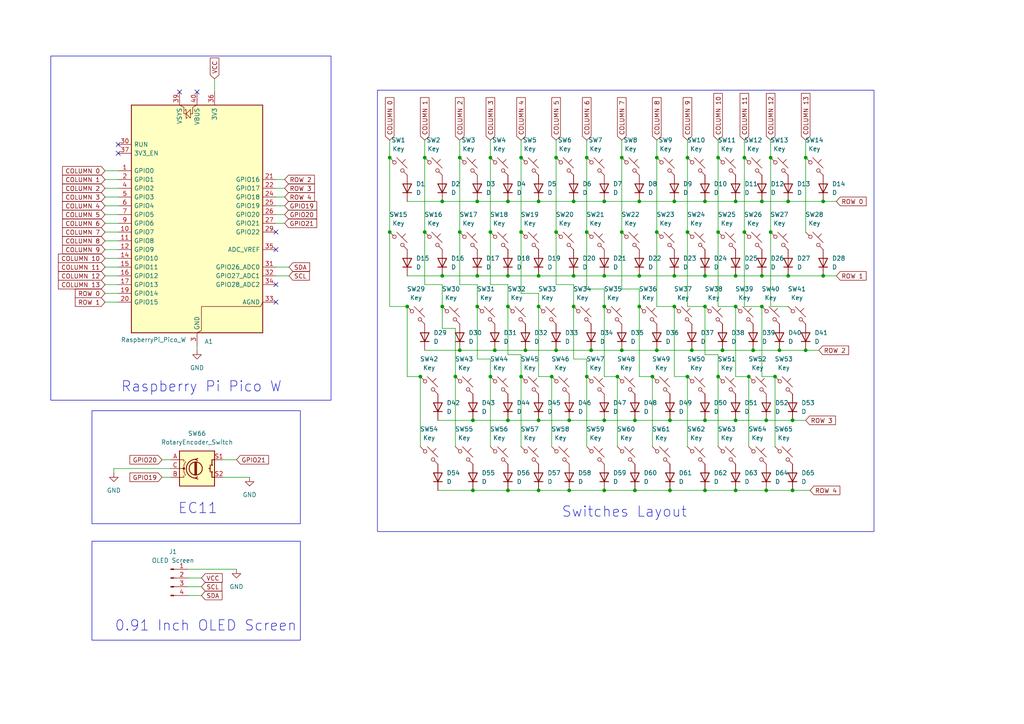
<source format=kicad_sch>
(kicad_sch (version 20250114) (generator "eeschema") (generator_version "9.0")
  (paper "A4")
  (rectangle (start 109.474 26.162) (end 253.492 154.178))
  (rectangle (start 26.67 156.972) (end 87.122 185.674))
  (rectangle (start 14.732 16.256) (end 96.012 116.078))
  (rectangle (start 26.67 119.126) (end 87.122 151.892))
  (text "0.91 Inch OLED Screen" (at 59.69 181.61 0) (effects (font (size 3 3))))
  (text "Raspberry Pi Pico W" (at 58.42 112.268 0) (effects (font (size 3 3))))
  (text "EC11" (at 57.404 147.574 0) (effects (font (size 3 3))))
  (text "Switches Layout\n" (at 181.102 148.59 0) (effects (font (size 3 3))))
  (junction (at 204.47 142.24))
  (junction (at 170.18 67.31))
  (junction (at 128.27 80.01))
  (junction (at 215.9 67.31))
  (junction (at 184.15 121.92))
  (junction (at 190.5 101.6))
  (junction (at 170.18 109.22))
  (junction (at 161.29 67.31))
  (junction (at 143.51 101.6))
  (junction (at 121.92 109.22))
  (junction (at 208.28 109.22))
  (junction (at 190.5 67.31))
  (junction (at 156.21 88.9))
  (junction (at 190.5 45.72))
  (junction (at 137.16 142.24))
  (junction (at 137.16 121.92))
  (junction (at 147.32 88.9))
  (junction (at 233.68 45.72))
  (junction (at 151.13 45.72))
  (junction (at 185.42 88.9))
  (junction (at 226.06 101.6))
  (junction (at 175.26 142.24))
  (junction (at 175.26 80.01))
  (junction (at 175.26 88.9))
  (junction (at 208.28 67.31))
  (junction (at 228.6 58.42))
  (junction (at 156.21 121.92))
  (junction (at 180.34 45.72))
  (junction (at 151.13 67.31))
  (junction (at 132.08 109.22))
  (junction (at 213.36 121.92))
  (junction (at 138.43 88.9))
  (junction (at 228.6 80.01))
  (junction (at 138.43 80.01))
  (junction (at 213.36 88.9))
  (junction (at 194.31 121.92))
  (junction (at 156.21 80.01))
  (junction (at 189.23 109.22))
  (junction (at 170.18 45.72))
  (junction (at 222.25 121.92))
  (junction (at 220.98 58.42))
  (junction (at 166.37 80.01))
  (junction (at 171.45 101.6))
  (junction (at 175.26 121.92))
  (junction (at 147.32 142.24))
  (junction (at 204.47 121.92))
  (junction (at 220.98 88.9))
  (junction (at 128.27 58.42))
  (junction (at 133.35 67.31))
  (junction (at 208.28 45.72))
  (junction (at 233.68 101.6))
  (junction (at 113.03 67.31))
  (junction (at 151.13 109.22))
  (junction (at 204.47 80.01))
  (junction (at 147.32 80.01))
  (junction (at 142.24 45.72))
  (junction (at 156.21 142.24))
  (junction (at 195.58 58.42))
  (junction (at 175.26 58.42))
  (junction (at 204.47 88.9))
  (junction (at 142.24 109.22))
  (junction (at 195.58 88.9))
  (junction (at 156.21 58.42))
  (junction (at 165.1 142.24))
  (junction (at 195.58 80.01))
  (junction (at 161.29 45.72))
  (junction (at 217.17 109.22))
  (junction (at 161.29 101.6))
  (junction (at 200.66 101.6))
  (junction (at 160.02 109.22))
  (junction (at 180.34 67.31))
  (junction (at 224.79 109.22))
  (junction (at 166.37 58.42))
  (junction (at 147.32 58.42))
  (junction (at 128.27 88.9))
  (junction (at 222.25 142.24))
  (junction (at 118.11 88.9))
  (junction (at 215.9 45.72))
  (junction (at 204.47 58.42))
  (junction (at 223.52 67.31))
  (junction (at 213.36 80.01))
  (junction (at 229.87 142.24))
  (junction (at 218.44 101.6))
  (junction (at 220.98 80.01))
  (junction (at 138.43 58.42))
  (junction (at 199.39 109.22))
  (junction (at 238.76 58.42))
  (junction (at 185.42 58.42))
  (junction (at 142.24 67.31))
  (junction (at 147.32 121.92))
  (junction (at 165.1 121.92))
  (junction (at 123.19 67.31))
  (junction (at 123.19 45.72))
  (junction (at 229.87 121.92))
  (junction (at 223.52 45.72))
  (junction (at 185.42 80.01))
  (junction (at 179.07 109.22))
  (junction (at 194.31 142.24))
  (junction (at 184.15 142.24))
  (junction (at 199.39 67.31))
  (junction (at 113.03 45.72))
  (junction (at 180.34 101.6))
  (junction (at 152.4 101.6))
  (junction (at 166.37 88.9))
  (junction (at 199.39 45.72))
  (junction (at 133.35 45.72))
  (junction (at 213.36 58.42))
  (junction (at 238.76 80.01))
  (junction (at 213.36 142.24))
  (junction (at 133.35 101.6))
  (junction (at 209.55 101.6))
  (no_connect (at 80.01 67.31))
  (no_connect (at 57.15 26.67))
  (no_connect (at 52.07 26.67))
  (no_connect (at 80.01 72.39))
  (no_connect (at 34.29 41.91))
  (no_connect (at 80.01 82.55))
  (no_connect (at 80.01 87.63))
  (no_connect (at 34.29 44.45))
  (wire (pts (xy 30.48 62.23) (xy 34.29 62.23)))
  (wire (pts (xy 147.32 58.42) (xy 156.21 58.42)))
  (wire (pts (xy 170.18 109.22) (xy 170.18 104.14)))
  (wire (pts (xy 118.11 80.01) (xy 128.27 80.01)))
  (wire (pts (xy 156.21 80.01) (xy 166.37 80.01)))
  (wire (pts (xy 128.27 82.55) (xy 123.19 82.55)))
  (wire (pts (xy 180.34 45.72) (xy 180.34 67.31)))
  (wire (pts (xy 156.21 121.92) (xy 165.1 121.92)))
  (wire (pts (xy 208.28 45.72) (xy 208.28 67.31)))
  (wire (pts (xy 46.99 138.43) (xy 49.53 138.43)))
  (wire (pts (xy 33.02 135.89) (xy 33.02 137.16)))
  (wire (pts (xy 215.9 88.9) (xy 220.98 88.9)))
  (wire (pts (xy 200.66 101.6) (xy 209.55 101.6)))
  (wire (pts (xy 30.48 72.39) (xy 34.29 72.39)))
  (wire (pts (xy 204.47 142.24) (xy 213.36 142.24)))
  (wire (pts (xy 190.5 45.72) (xy 190.5 67.31)))
  (wire (pts (xy 224.79 109.22) (xy 224.79 129.54)))
  (wire (pts (xy 179.07 109.22) (xy 179.07 129.54)))
  (wire (pts (xy 223.52 45.72) (xy 223.52 67.31)))
  (wire (pts (xy 156.21 109.22) (xy 160.02 109.22)))
  (wire (pts (xy 213.36 121.92) (xy 222.25 121.92)))
  (wire (pts (xy 213.36 58.42) (xy 220.98 58.42)))
  (wire (pts (xy 223.52 67.31) (xy 223.52 88.9)))
  (wire (pts (xy 215.9 67.31) (xy 215.9 88.9)))
  (wire (pts (xy 138.43 82.55) (xy 133.35 82.55)))
  (wire (pts (xy 80.01 59.69) (xy 82.55 59.69)))
  (wire (pts (xy 171.45 101.6) (xy 180.34 101.6)))
  (wire (pts (xy 142.24 45.72) (xy 142.24 67.31)))
  (wire (pts (xy 54.61 170.18) (xy 58.42 170.18)))
  (wire (pts (xy 199.39 40.64) (xy 199.39 45.72)))
  (wire (pts (xy 208.28 67.31) (xy 208.28 88.9)))
  (wire (pts (xy 204.47 88.9) (xy 199.39 88.9)))
  (wire (pts (xy 185.42 58.42) (xy 195.58 58.42)))
  (wire (pts (xy 138.43 58.42) (xy 147.32 58.42)))
  (wire (pts (xy 142.24 82.55) (xy 142.24 67.31)))
  (wire (pts (xy 233.68 40.64) (xy 233.68 45.72)))
  (wire (pts (xy 220.98 88.9) (xy 220.98 109.22)))
  (wire (pts (xy 161.29 101.6) (xy 171.45 101.6)))
  (wire (pts (xy 30.48 74.93) (xy 34.29 74.93)))
  (wire (pts (xy 175.26 80.01) (xy 185.42 80.01)))
  (wire (pts (xy 54.61 172.72) (xy 58.42 172.72)))
  (wire (pts (xy 190.5 67.31) (xy 190.5 88.9)))
  (wire (pts (xy 156.21 58.42) (xy 166.37 58.42)))
  (wire (pts (xy 138.43 88.9) (xy 138.43 82.55)))
  (wire (pts (xy 30.48 57.15) (xy 34.29 57.15)))
  (wire (pts (xy 220.98 80.01) (xy 228.6 80.01)))
  (wire (pts (xy 194.31 142.24) (xy 204.47 142.24)))
  (wire (pts (xy 184.15 142.24) (xy 194.31 142.24)))
  (wire (pts (xy 151.13 40.64) (xy 151.13 45.72)))
  (wire (pts (xy 147.32 88.9) (xy 147.32 82.55)))
  (wire (pts (xy 195.58 58.42) (xy 204.47 58.42)))
  (wire (pts (xy 189.23 109.22) (xy 185.42 109.22)))
  (wire (pts (xy 133.35 67.31) (xy 133.35 45.72)))
  (wire (pts (xy 217.17 109.22) (xy 217.17 129.54)))
  (wire (pts (xy 147.32 121.92) (xy 156.21 121.92)))
  (wire (pts (xy 208.28 102.87) (xy 204.47 102.87)))
  (wire (pts (xy 175.26 121.92) (xy 184.15 121.92)))
  (wire (pts (xy 175.26 109.22) (xy 179.07 109.22)))
  (wire (pts (xy 170.18 83.82) (xy 175.26 83.82)))
  (wire (pts (xy 152.4 101.6) (xy 161.29 101.6)))
  (wire (pts (xy 165.1 142.24) (xy 175.26 142.24)))
  (wire (pts (xy 82.55 52.07) (xy 80.01 52.07)))
  (wire (pts (xy 30.48 67.31) (xy 34.29 67.31)))
  (wire (pts (xy 208.28 109.22) (xy 208.28 102.87)))
  (wire (pts (xy 208.28 40.64) (xy 208.28 45.72)))
  (wire (pts (xy 30.48 82.55) (xy 34.29 82.55)))
  (wire (pts (xy 30.48 77.47) (xy 34.29 77.47)))
  (wire (pts (xy 64.77 138.43) (xy 72.39 138.43)))
  (wire (pts (xy 166.37 82.55) (xy 161.29 82.55)))
  (wire (pts (xy 143.51 101.6) (xy 152.4 101.6)))
  (wire (pts (xy 30.48 59.69) (xy 34.29 59.69)))
  (wire (pts (xy 170.18 45.72) (xy 170.18 67.31)))
  (wire (pts (xy 133.35 40.64) (xy 133.35 45.72)))
  (wire (pts (xy 128.27 88.9) (xy 128.27 82.55)))
  (wire (pts (xy 161.29 40.64) (xy 161.29 45.72)))
  (wire (pts (xy 113.03 40.64) (xy 113.03 45.72)))
  (wire (pts (xy 238.76 80.01) (xy 242.57 80.01)))
  (wire (pts (xy 127 121.92) (xy 137.16 121.92)))
  (wire (pts (xy 30.48 69.85) (xy 34.29 69.85)))
  (wire (pts (xy 226.06 101.6) (xy 233.68 101.6)))
  (wire (pts (xy 175.26 142.24) (xy 184.15 142.24)))
  (wire (pts (xy 185.42 88.9) (xy 185.42 109.22)))
  (wire (pts (xy 229.87 142.24) (xy 234.95 142.24)))
  (wire (pts (xy 199.39 67.31) (xy 199.39 45.72)))
  (wire (pts (xy 80.01 77.47) (xy 83.82 77.47)))
  (wire (pts (xy 147.32 88.9) (xy 147.32 102.87)))
  (wire (pts (xy 194.31 121.92) (xy 204.47 121.92)))
  (wire (pts (xy 54.61 167.64) (xy 58.42 167.64)))
  (wire (pts (xy 228.6 80.01) (xy 238.76 80.01)))
  (wire (pts (xy 132.08 95.25) (xy 128.27 95.25)))
  (wire (pts (xy 30.48 64.77) (xy 34.29 64.77)))
  (wire (pts (xy 54.61 165.1) (xy 68.58 165.1)))
  (wire (pts (xy 166.37 88.9) (xy 166.37 82.55)))
  (wire (pts (xy 137.16 142.24) (xy 147.32 142.24)))
  (wire (pts (xy 123.19 82.55) (xy 123.19 67.31)))
  (wire (pts (xy 142.24 109.22) (xy 142.24 104.14)))
  (wire (pts (xy 184.15 121.92) (xy 194.31 121.92)))
  (wire (pts (xy 147.32 82.55) (xy 142.24 82.55)))
  (wire (pts (xy 151.13 109.22) (xy 151.13 129.54)))
  (wire (pts (xy 80.01 64.77) (xy 82.55 64.77)))
  (wire (pts (xy 147.32 80.01) (xy 156.21 80.01)))
  (wire (pts (xy 132.08 109.22) (xy 132.08 95.25)))
  (wire (pts (xy 220.98 109.22) (xy 224.79 109.22)))
  (wire (pts (xy 80.01 80.01) (xy 83.82 80.01)))
  (wire (pts (xy 138.43 80.01) (xy 147.32 80.01)))
  (wire (pts (xy 166.37 80.01) (xy 175.26 80.01)))
  (wire (pts (xy 30.48 80.01) (xy 34.29 80.01)))
  (wire (pts (xy 218.44 101.6) (xy 226.06 101.6)))
  (wire (pts (xy 166.37 104.14) (xy 166.37 88.9)))
  (wire (pts (xy 82.55 54.61) (xy 80.01 54.61)))
  (wire (pts (xy 233.68 45.72) (xy 233.68 67.31)))
  (wire (pts (xy 30.48 87.63) (xy 34.29 87.63)))
  (wire (pts (xy 223.52 40.64) (xy 223.52 45.72)))
  (wire (pts (xy 199.39 109.22) (xy 199.39 129.54)))
  (wire (pts (xy 185.42 88.9) (xy 185.42 83.82)))
  (wire (pts (xy 151.13 45.72) (xy 151.13 67.31)))
  (wire (pts (xy 229.87 121.92) (xy 233.68 121.92)))
  (wire (pts (xy 151.13 102.87) (xy 147.32 102.87)))
  (wire (pts (xy 213.36 142.24) (xy 222.25 142.24)))
  (wire (pts (xy 220.98 58.42) (xy 228.6 58.42)))
  (wire (pts (xy 204.47 58.42) (xy 213.36 58.42)))
  (wire (pts (xy 142.24 129.54) (xy 142.24 109.22)))
  (wire (pts (xy 121.92 109.22) (xy 121.92 129.54)))
  (wire (pts (xy 233.68 101.6) (xy 237.49 101.6)))
  (wire (pts (xy 180.34 40.64) (xy 180.34 45.72)))
  (wire (pts (xy 123.19 101.6) (xy 133.35 101.6)))
  (wire (pts (xy 147.32 142.24) (xy 156.21 142.24)))
  (wire (pts (xy 195.58 109.22) (xy 199.39 109.22)))
  (wire (pts (xy 156.21 85.09) (xy 156.21 88.9)))
  (wire (pts (xy 118.11 109.22) (xy 121.92 109.22)))
  (wire (pts (xy 166.37 58.42) (xy 175.26 58.42)))
  (wire (pts (xy 175.26 83.82) (xy 175.26 88.9)))
  (wire (pts (xy 138.43 104.14) (xy 138.43 88.9)))
  (wire (pts (xy 190.5 40.64) (xy 190.5 45.72)))
  (wire (pts (xy 190.5 101.6) (xy 200.66 101.6)))
  (wire (pts (xy 123.19 67.31) (xy 123.19 45.72)))
  (wire (pts (xy 208.28 109.22) (xy 208.28 129.54)))
  (wire (pts (xy 228.6 58.42) (xy 238.76 58.42)))
  (wire (pts (xy 49.53 135.89) (xy 33.02 135.89)))
  (wire (pts (xy 175.26 58.42) (xy 185.42 58.42)))
  (wire (pts (xy 215.9 40.64) (xy 215.9 45.72)))
  (wire (pts (xy 185.42 83.82) (xy 180.34 83.82)))
  (wire (pts (xy 165.1 121.92) (xy 175.26 121.92)))
  (wire (pts (xy 128.27 80.01) (xy 138.43 80.01)))
  (wire (pts (xy 30.48 52.07) (xy 34.29 52.07)))
  (wire (pts (xy 204.47 102.87) (xy 204.47 88.9)))
  (wire (pts (xy 180.34 83.82) (xy 180.34 67.31)))
  (wire (pts (xy 133.35 101.6) (xy 143.51 101.6)))
  (wire (pts (xy 118.11 88.9) (xy 118.11 109.22)))
  (wire (pts (xy 128.27 58.42) (xy 138.43 58.42)))
  (wire (pts (xy 142.24 40.64) (xy 142.24 45.72)))
  (wire (pts (xy 209.55 101.6) (xy 218.44 101.6)))
  (wire (pts (xy 137.16 121.92) (xy 147.32 121.92)))
  (wire (pts (xy 156.21 142.24) (xy 165.1 142.24)))
  (wire (pts (xy 213.36 80.01) (xy 220.98 80.01)))
  (wire (pts (xy 170.18 67.31) (xy 170.18 83.82)))
  (wire (pts (xy 195.58 80.01) (xy 204.47 80.01)))
  (wire (pts (xy 195.58 88.9) (xy 195.58 109.22)))
  (wire (pts (xy 199.39 88.9) (xy 199.39 67.31)))
  (wire (pts (xy 170.18 40.64) (xy 170.18 45.72)))
  (wire (pts (xy 127 142.24) (xy 137.16 142.24)))
  (wire (pts (xy 215.9 45.72) (xy 215.9 67.31)))
  (wire (pts (xy 132.08 109.22) (xy 132.08 129.54)))
  (wire (pts (xy 30.48 54.61) (xy 34.29 54.61)))
  (wire (pts (xy 64.77 133.35) (xy 68.58 133.35)))
  (wire (pts (xy 238.76 58.42) (xy 242.57 58.42)))
  (wire (pts (xy 180.34 101.6) (xy 190.5 101.6)))
  (wire (pts (xy 133.35 82.55) (xy 133.35 67.31)))
  (wire (pts (xy 160.02 109.22) (xy 160.02 129.54)))
  (wire (pts (xy 30.48 85.09) (xy 34.29 85.09)))
  (wire (pts (xy 208.28 88.9) (xy 213.36 88.9)))
  (wire (pts (xy 175.26 88.9) (xy 175.26 109.22)))
  (wire (pts (xy 204.47 121.92) (xy 213.36 121.92)))
  (wire (pts (xy 222.25 142.24) (xy 229.87 142.24)))
  (wire (pts (xy 113.03 88.9) (xy 118.11 88.9)))
  (wire (pts (xy 113.03 67.31) (xy 113.03 88.9)))
  (wire (pts (xy 151.13 85.09) (xy 156.21 85.09)))
  (wire (pts (xy 128.27 95.25) (xy 128.27 88.9)))
  (wire (pts (xy 57.15 100.33) (xy 57.15 101.6)))
  (wire (pts (xy 30.48 49.53) (xy 34.29 49.53)))
  (wire (pts (xy 151.13 67.31) (xy 151.13 85.09)))
  (wire (pts (xy 213.36 88.9) (xy 213.36 109.22)))
  (wire (pts (xy 190.5 88.9) (xy 195.58 88.9)))
  (wire (pts (xy 46.99 133.35) (xy 49.53 133.35)))
  (wire (pts (xy 170.18 129.54) (xy 170.18 109.22)))
  (wire (pts (xy 222.25 121.92) (xy 229.87 121.92)))
  (wire (pts (xy 189.23 109.22) (xy 189.23 129.54)))
  (wire (pts (xy 213.36 109.22) (xy 217.17 109.22)))
  (wire (pts (xy 161.29 45.72) (xy 161.29 67.31)))
  (wire (pts (xy 80.01 62.23) (xy 82.55 62.23)))
  (wire (pts (xy 123.19 40.64) (xy 123.19 45.72)))
  (wire (pts (xy 118.11 58.42) (xy 128.27 58.42)))
  (wire (pts (xy 185.42 80.01) (xy 195.58 80.01)))
  (wire (pts (xy 161.29 82.55) (xy 161.29 67.31)))
  (wire (pts (xy 204.47 80.01) (xy 213.36 80.01)))
  (wire (pts (xy 156.21 88.9) (xy 156.21 109.22)))
  (wire (pts (xy 170.18 104.14) (xy 166.37 104.14)))
  (wire (pts (xy 151.13 109.22) (xy 151.13 102.87)))
  (wire (pts (xy 113.03 45.72) (xy 113.03 67.31)))
  (wire (pts (xy 223.52 88.9) (xy 228.6 88.9)))
  (wire (pts (xy 142.24 104.14) (xy 138.43 104.14)))
  (wire (pts (xy 62.23 22.86) (xy 62.23 26.67)))
  (wire (pts (xy 82.55 57.15) (xy 80.01 57.15)))
  (global_label "COLUMN 13" (shape input) (at 233.68 40.64 90) (property "Intersheetrefs" "${INTERSHEET_REFS}" (effects (hide yes))))
  (global_label "COLUMN 1" (shape input) (at 30.48 52.07 180) (property "Intersheetrefs" "${INTERSHEET_REFS}" (effects (hide yes))))
  (global_label "GPIO21" (shape input) (at 68.58 133.35 0) (property "Intersheetrefs" "${INTERSHEET_REFS}" (effects (hide yes))))
  (global_label "COLUMN 7" (shape input) (at 30.48 67.31 180) (property "Intersheetrefs" "${INTERSHEET_REFS}" (effects (hide yes))))
  (global_label "COLUMN 2" (shape input) (at 30.48 54.61 180) (property "Intersheetrefs" "${INTERSHEET_REFS}" (effects (hide yes))))
  (global_label "SCL" (shape input) (at 83.82 80.01 0) (property "Intersheetrefs" "${INTERSHEET_REFS}" (effects (hide yes))))
  (global_label "COLUMN 0" (shape input) (at 113.03 40.64 90) (property "Intersheetrefs" "${INTERSHEET_REFS}" (effects (hide yes))))
  (global_label "GPIO21" (shape input) (at 82.55 64.77 0) (property "Intersheetrefs" "${INTERSHEET_REFS}" (effects (hide yes))))
  (global_label "GPIO20" (shape input) (at 46.99 133.35 180) (property "Intersheetrefs" "${INTERSHEET_REFS}" (effects (hide yes))))
  (global_label "ROW 2" (shape input) (at 82.55 52.07 0) (property "Intersheetrefs" "${INTERSHEET_REFS}" (effects (hide yes))))
  (global_label "SDA" (shape input) (at 83.82 77.47 0) (property "Intersheetrefs" "${INTERSHEET_REFS}" (effects (hide yes))))
  (global_label "COLUMN 5" (shape input) (at 30.48 62.23 180) (property "Intersheetrefs" "${INTERSHEET_REFS}" (effects (hide yes))))
  (global_label "COLUMN 10" (shape input) (at 208.28 40.64 90) (property "Intersheetrefs" "${INTERSHEET_REFS}" (effects (hide yes))))
  (global_label "COLUMN 6" (shape input) (at 170.18 40.64 90) (property "Intersheetrefs" "${INTERSHEET_REFS}" (effects (hide yes))))
  (global_label "COLUMN 2" (shape input) (at 133.35 40.64 90) (property "Intersheetrefs" "${INTERSHEET_REFS}" (effects (hide yes))))
  (global_label "ROW 1" (shape input) (at 242.57 80.01 0) (property "Intersheetrefs" "${INTERSHEET_REFS}" (effects (hide yes))))
  (global_label "COLUMN 4" (shape input) (at 151.13 40.64 90) (property "Intersheetrefs" "${INTERSHEET_REFS}" (effects (hide yes))))
  (global_label "GPIO19" (shape input) (at 82.55 59.69 0) (property "Intersheetrefs" "${INTERSHEET_REFS}" (effects (hide yes))))
  (global_label "COLUMN 11" (shape input) (at 215.9 40.64 90) (property "Intersheetrefs" "${INTERSHEET_REFS}" (effects (hide yes))))
  (global_label "ROW 2" (shape input) (at 237.49 101.6 0) (property "Intersheetrefs" "${INTERSHEET_REFS}" (effects (hide yes))))
  (global_label "COLUMN 8" (shape input) (at 190.5 40.64 90) (property "Intersheetrefs" "${INTERSHEET_REFS}" (effects (hide yes))))
  (global_label "ROW 0" (shape input) (at 242.57 58.42 0) (property "Intersheetrefs" "${INTERSHEET_REFS}" (effects (hide yes))))
  (global_label "ROW 4" (shape input) (at 234.95 142.24 0) (property "Intersheetrefs" "${INTERSHEET_REFS}" (effects (hide yes))))
  (global_label "COLUMN 9" (shape input) (at 30.48 72.39 180) (property "Intersheetrefs" "${INTERSHEET_REFS}" (effects (hide yes))))
  (global_label "COLUMN 9" (shape input) (at 199.39 40.64 90) (property "Intersheetrefs" "${INTERSHEET_REFS}" (effects (hide yes))))
  (global_label "ROW 4" (shape input) (at 82.55 57.15 0) (property "Intersheetrefs" "${INTERSHEET_REFS}" (effects (hide yes))))
  (global_label "GPIO19" (shape input) (at 46.99 138.43 180) (property "Intersheetrefs" "${INTERSHEET_REFS}" (effects (hide yes))))
  (global_label "ROW 0" (shape input) (at 30.48 85.09 180) (property "Intersheetrefs" "${INTERSHEET_REFS}" (effects (hide yes))))
  (global_label "SDA" (shape input) (at 58.42 172.72 0) (property "Intersheetrefs" "${INTERSHEET_REFS}" (effects (hide yes))))
  (global_label "COLUMN 0" (shape input) (at 30.48 49.53 180) (property "Intersheetrefs" "${INTERSHEET_REFS}" (effects (hide yes))))
  (global_label "COLUMN 12" (shape input) (at 30.48 80.01 180) (property "Intersheetrefs" "${INTERSHEET_REFS}" (effects (hide yes))))
  (global_label "GPIO20" (shape input) (at 82.55 62.23 0) (property "Intersheetrefs" "${INTERSHEET_REFS}" (effects (hide yes))))
  (global_label "COLUMN 3" (shape input) (at 142.24 40.64 90) (property "Intersheetrefs" "${INTERSHEET_REFS}" (effects (hide yes))))
  (global_label "ROW 3" (shape input) (at 82.55 54.61 0) (property "Intersheetrefs" "${INTERSHEET_REFS}" (effects (hide yes))))
  (global_label "VCC" (shape input) (at 62.23 22.86 90) (property "Intersheetrefs" "${INTERSHEET_REFS}" (effects (hide yes))))
  (global_label "COLUMN 11" (shape input) (at 30.48 77.47 180) (property "Intersheetrefs" "${INTERSHEET_REFS}" (effects (hide yes))))
  (global_label "COLUMN 13" (shape input) (at 30.48 82.55 180) (property "Intersheetrefs" "${INTERSHEET_REFS}" (effects (hide yes))))
  (global_label "COLUMN 4" (shape input) (at 30.48 59.69 180) (property "Intersheetrefs" "${INTERSHEET_REFS}" (effects (hide yes))))
  (global_label "ROW 1" (shape input) (at 30.48 87.63 180) (property "Intersheetrefs" "${INTERSHEET_REFS}" (effects (hide yes))))
  (global_label "COLUMN 3" (shape input) (at 30.48 57.15 180) (property "Intersheetrefs" "${INTERSHEET_REFS}" (effects (hide yes))))
  (global_label "COLUMN 5" (shape input) (at 161.29 40.64 90) (property "Intersheetrefs" "${INTERSHEET_REFS}" (effects (hide yes))))
  (global_label "SCL" (shape input) (at 58.42 170.18 0) (property "Intersheetrefs" "${INTERSHEET_REFS}" (effects (hide yes))))
  (global_label "COLUMN 6" (shape input) (at 30.48 64.77 180) (property "Intersheetrefs" "${INTERSHEET_REFS}" (effects (hide yes))))
  (global_label "COLUMN 8" (shape input) (at 30.48 69.85 180) (property "Intersheetrefs" "${INTERSHEET_REFS}" (effects (hide yes))))
  (global_label "COLUMN 10" (shape input) (at 30.48 74.93 180) (property "Intersheetrefs" "${INTERSHEET_REFS}" (effects (hide yes))))
  (global_label "COLUMN 7" (shape input) (at 180.34 40.64 90) (property "Intersheetrefs" "${INTERSHEET_REFS}" (effects (hide yes))))
  (global_label "COLUMN 1" (shape input) (at 123.19 40.64 90) (property "Intersheetrefs" "${INTERSHEET_REFS}" (effects (hide yes))))
  (global_label "ROW 3" (shape input) (at 233.68 121.92 0) (property "Intersheetrefs" "${INTERSHEET_REFS}" (effects (hide yes))))
  (global_label "VCC" (shape input) (at 58.42 167.64 0) (property "Intersheetrefs" "${INTERSHEET_REFS}" (effects (hide yes))))
  (global_label "COLUMN 12" (shape input) (at 223.52 40.64 90) (property "Intersheetrefs" "${INTERSHEET_REFS}" (effects (hide yes))))
  (symbol (lib_id "Device:D") (at 185.42 76.2 90) (unit 1)
    (property "Reference" "D22" (at 187.96 74.9299 90) (effects (justify right)))
    (property "Value" "D" (at 187.96 77.4699 90) (effects (justify right)))
    (property "Footprint" "1N4148:Diode_DO-35" (effects (hide yes)))
    (property "Description" "Diode" (effects (hide yes)))
    (property "Sim.Device" "D" (effects (hide yes)))
    (property "Sim.Pins" "1=K 2=A" (effects (hide yes)))
  )
  (symbol (lib_id "Switch:SW_Push_45deg") (at 210.82 48.26 0) (unit 1)
    (property "Reference" "SW11" (at 210.82 40.64 0))
    (property "Value" "Key" (at 210.82 43.18 0))
    (property "Footprint" "Button_Switch_Keyboard:SW_Cherry_MX_1.00u_PCB" (effects (hide yes)))
    (property "Description" "Push button switch, normally open, two pins, 45° tilted" (effects (hide yes)))
  )
  (symbol (lib_id "Device:D") (at 220.98 54.61 90) (unit 1)
    (property "Reference" "D12" (at 223.52 53.3399 90) (effects (justify right)))
    (property "Value" "D" (at 223.52 55.8799 90) (effects (justify right)))
    (property "Footprint" "1N4148:Diode_DO-35" (effects (hide yes)))
    (property "Description" "Diode" (effects (hide yes)))
    (property "Sim.Device" "D" (effects (hide yes)))
    (property "Sim.Pins" "1=K 2=A" (effects (hide yes)))
  )
  (symbol (lib_id "Device:D") (at 229.87 118.11 90) (unit 1)
    (property "Reference" "D53" (at 232.41 116.8399 90) (effects (justify right)))
    (property "Value" "D" (at 232.41 119.3799 90) (effects (justify right)))
    (property "Footprint" "1N4148:Diode_DO-35" (effects (hide yes)))
    (property "Description" "Diode" (effects (hide yes)))
    (property "Sim.Device" "D" (effects (hide yes)))
    (property "Sim.Pins" "1=K 2=A" (effects (hide yes)))
  )
  (symbol (lib_id "Device:D") (at 228.6 54.61 90) (unit 1)
    (property "Reference" "D13" (at 231.14 53.3399 90) (effects (justify right)))
    (property "Value" "D" (at 231.14 55.8799 90) (effects (justify right)))
    (property "Footprint" "1N4148:Diode_DO-35" (effects (hide yes)))
    (property "Description" "Diode" (effects (hide yes)))
    (property "Sim.Device" "D" (effects (hide yes)))
    (property "Sim.Pins" "1=K 2=A" (effects (hide yes)))
  )
  (symbol (lib_id "Device:D") (at 147.32 138.43 90) (unit 1)
    (property "Reference" "D56" (at 149.86 137.1599 90) (effects (justify right)))
    (property "Value" "D" (at 149.86 139.6999 90) (effects (justify right)))
    (property "Footprint" "1N4148:Diode_DO-35" (effects (hide yes)))
    (property "Description" "Diode" (effects (hide yes)))
    (property "Sim.Device" "D" (effects (hide yes)))
    (property "Sim.Pins" "1=K 2=A" (effects (hide yes)))
  )
  (symbol (lib_id "Device:D") (at 165.1 118.11 90) (unit 1)
    (property "Reference" "D46" (at 167.64 116.8399 90) (effects (justify right)))
    (property "Value" "D" (at 167.64 119.3799 90) (effects (justify right)))
    (property "Footprint" "1N4148:Diode_DO-35" (effects (hide yes)))
    (property "Description" "Diode" (effects (hide yes)))
    (property "Sim.Device" "D" (effects (hide yes)))
    (property "Sim.Pins" "1=K 2=A" (effects (hide yes)))
  )
  (symbol (lib_id "Switch:SW_Push_45deg") (at 231.14 91.44 0) (unit 1)
    (property "Reference" "SW41" (at 231.14 83.82 0))
    (property "Value" "Key" (at 231.14 86.36 0))
    (property "Footprint" "Button_Switch_Keyboard:SW_Cherry_MX_1.00u_PCB" (effects (hide yes)))
    (property "Description" "Push button switch, normally open, two pins, 45° tilted" (effects (hide yes)))
  )
  (symbol (lib_id "Device:D") (at 165.1 138.43 90) (unit 1)
    (property "Reference" "D58" (at 167.64 137.1599 90) (effects (justify right)))
    (property "Value" "D" (at 167.64 139.6999 90) (effects (justify right)))
    (property "Footprint" "1N4148:Diode_DO-35" (effects (hide yes)))
    (property "Description" "Diode" (effects (hide yes)))
    (property "Sim.Device" "D" (effects (hide yes)))
    (property "Sim.Pins" "1=K 2=A" (effects (hide yes)))
  )
  (symbol (lib_id "Device:D") (at 127 118.11 90) (unit 1)
    (property "Reference" "D42" (at 129.54 116.8399 90) (effects (justify right)))
    (property "Value" "D" (at 129.54 119.3799 90) (effects (justify right)))
    (property "Footprint" "1N4148:Diode_DO-35" (effects (hide yes)))
    (property "Description" "Diode" (effects (hide yes)))
    (property "Sim.Device" "D" (effects (hide yes)))
    (property "Sim.Pins" "1=K 2=A" (effects (hide yes)))
  )
  (symbol (lib_id "Device:D") (at 156.21 118.11 90) (unit 1)
    (property "Reference" "D45" (at 158.75 116.8399 90) (effects (justify right)))
    (property "Value" "D" (at 158.75 119.3799 90) (effects (justify right)))
    (property "Footprint" "1N4148:Diode_DO-35" (effects (hide yes)))
    (property "Description" "Diode" (effects (hide yes)))
    (property "Sim.Device" "D" (effects (hide yes)))
    (property "Sim.Pins" "1=K 2=A" (effects (hide yes)))
  )
  (symbol (lib_id "Switch:SW_Push_45deg") (at 210.82 132.08 0) (unit 1)
    (property "Reference" "SW63" (at 210.82 124.46 0))
    (property "Value" "Key" (at 210.82 127 0))
    (property "Footprint" "Button_Switch_Keyboard:SW_Cherry_MX_1.00u_PCB" (effects (hide yes)))
    (property "Description" "Push button switch, normally open, two pins, 45° tilted" (effects (hide yes)))
  )
  (symbol (lib_id "Switch:SW_Push_45deg") (at 163.83 48.26 0) (unit 1)
    (property "Reference" "SW6" (at 163.83 40.64 0))
    (property "Value" "Key" (at 163.83 43.18 0))
    (property "Footprint" "Button_Switch_Keyboard:SW_Cherry_MX_1.00u_PCB" (effects (hide yes)))
    (property "Description" "Push button switch, normally open, two pins, 45° tilted" (effects (hide yes)))
  )
  (symbol (lib_id "power:GND") (at 33.02 137.16 0) (unit 1)
    (property "Reference" "#PWR04" (effects (hide yes)))
    (property "Value" "GND" (at 33.02 142.24 0))
    (property "Description" "Power symbol creates a global label with name \"GND\" , ground" (effects (hide yes)))
  )
  (symbol (lib_id "Device:D") (at 156.21 54.61 90) (unit 1)
    (property "Reference" "D5" (at 158.75 53.3399 90) (effects (justify right)))
    (property "Value" "D" (at 158.75 55.8799 90) (effects (justify right)))
    (property "Footprint" "1N4148:Diode_DO-35" (effects (hide yes)))
    (property "Description" "Diode" (effects (hide yes)))
    (property "Sim.Device" "D" (effects (hide yes)))
    (property "Sim.Pins" "1=K 2=A" (effects (hide yes)))
  )
  (symbol (lib_id "Switch:SW_Push_45deg") (at 181.61 132.08 0) (unit 1)
    (property "Reference" "SW60" (at 181.61 124.46 0))
    (property "Value" "Key" (at 181.61 127 0))
    (property "Footprint" "Button_Switch_Keyboard:SW_Cherry_MX_1.00u_PCB" (effects (hide yes)))
    (property "Description" "Push button switch, normally open, two pins, 45° tilted" (effects (hide yes)))
  )
  (symbol (lib_id "Device:D") (at 195.58 76.2 90) (unit 1)
    (property "Reference" "D23" (at 198.12 74.9299 90) (effects (justify right)))
    (property "Value" "D" (at 198.12 77.4699 90) (effects (justify right)))
    (property "Footprint" "1N4148:Diode_DO-35" (effects (hide yes)))
    (property "Description" "Diode" (effects (hide yes)))
    (property "Sim.Device" "D" (effects (hide yes)))
    (property "Sim.Pins" "1=K 2=A" (effects (hide yes)))
  )
  (symbol (lib_id "Device:D") (at 238.76 54.61 90) (unit 1)
    (property "Reference" "D14" (at 241.3 53.3399 90) (effects (justify right)))
    (property "Value" "D" (at 241.3 55.8799 90) (effects (justify right)))
    (property "Footprint" "1N4148:Diode_DO-35" (effects (hide yes)))
    (property "Description" "Diode" (effects (hide yes)))
    (property "Sim.Device" "D" (effects (hide yes)))
    (property "Sim.Pins" "1=K 2=A" (effects (hide yes)))
  )
  (symbol (lib_id "Device:D") (at 127 138.43 90) (unit 1)
    (property "Reference" "D54" (at 129.54 137.1599 90) (effects (justify right)))
    (property "Value" "D" (at 129.54 139.6999 90) (effects (justify right)))
    (property "Footprint" "1N4148:Diode_DO-35" (effects (hide yes)))
    (property "Description" "Diode" (effects (hide yes)))
    (property "Sim.Device" "D" (effects (hide yes)))
    (property "Sim.Pins" "1=K 2=A" (effects (hide yes)))
  )
  (symbol (lib_id "Device:D") (at 128.27 54.61 90) (unit 1)
    (property "Reference" "D2" (at 130.81 53.3399 90) (effects (justify right)))
    (property "Value" "D" (at 130.81 55.8799 90) (effects (justify right)))
    (property "Footprint" "1N4148:Diode_DO-35" (effects (hide yes)))
    (property "Description" "Diode" (effects (hide yes)))
    (property "Sim.Device" "D" (effects (hide yes)))
    (property "Sim.Pins" "1=K 2=A" (effects (hide yes)))
  )
  (symbol (lib_id "Device:D") (at 185.42 54.61 90) (unit 1)
    (property "Reference" "D8" (at 187.96 53.3399 90) (effects (justify right)))
    (property "Value" "D" (at 187.96 55.8799 90) (effects (justify right)))
    (property "Footprint" "1N4148:Diode_DO-35" (effects (hide yes)))
    (property "Description" "Diode" (effects (hide yes)))
    (property "Sim.Device" "D" (effects (hide yes)))
    (property "Sim.Pins" "1=K 2=A" (effects (hide yes)))
  )
  (symbol (lib_id "Device:D") (at 226.06 97.79 90) (unit 1)
    (property "Reference" "D40" (at 228.6 96.5199 90) (effects (justify right)))
    (property "Value" "D" (at 228.6 99.0599 90) (effects (justify right)))
    (property "Footprint" "1N4148:Diode_DO-35" (effects (hide yes)))
    (property "Description" "Diode" (effects (hide yes)))
    (property "Sim.Device" "D" (effects (hide yes)))
    (property "Sim.Pins" "1=K 2=A" (effects (hide yes)))
  )
  (symbol (lib_id "Device:D") (at 228.6 76.2 90) (unit 1)
    (property "Reference" "D27" (at 231.14 74.9299 90) (effects (justify right)))
    (property "Value" "D" (at 231.14 77.4699 90) (effects (justify right)))
    (property "Footprint" "1N4148:Diode_DO-35" (effects (hide yes)))
    (property "Description" "Diode" (effects (hide yes)))
    (property "Sim.Device" "D" (effects (hide yes)))
    (property "Sim.Pins" "1=K 2=A" (effects (hide yes)))
  )
  (symbol (lib_id "Switch:SW_Push_45deg") (at 218.44 48.26 0) (unit 1)
    (property "Reference" "SW12" (at 218.44 40.64 0))
    (property "Value" "Key" (at 218.44 43.18 0))
    (property "Footprint" "Button_Switch_Keyboard:SW_Cherry_MX_1.00u_PCB" (effects (hide yes)))
    (property "Description" "Push button switch, normally open, two pins, 45° tilted" (effects (hide yes)))
  )
  (symbol (lib_id "Switch:SW_Push_45deg") (at 226.06 69.85 0) (unit 1)
    (property "Reference" "SW27" (at 226.06 62.23 0))
    (property "Value" "Key" (at 226.06 64.77 0))
    (property "Footprint" "Button_Switch_Keyboard:SW_Cherry_MX_1.00u_PCB" (effects (hide yes)))
    (property "Description" "Push button switch, normally open, two pins, 45° tilted" (effects (hide yes)))
  )
  (symbol (lib_id "Switch:SW_Push_45deg") (at 168.91 91.44 0) (unit 1)
    (property "Reference" "SW34" (at 168.91 83.82 0))
    (property "Value" "Key" (at 168.91 86.36 0))
    (property "Footprint" "Button_Switch_Keyboard:SW_Cherry_MX_1.00u_PCB" (effects (hide yes)))
    (property "Description" "Push button switch, normally open, two pins, 45° tilted" (effects (hide yes)))
  )
  (symbol (lib_id "Device:D") (at 195.58 54.61 90) (unit 1)
    (property "Reference" "D9" (at 198.12 53.3399 90) (effects (justify right)))
    (property "Value" "D" (at 198.12 55.8799 90) (effects (justify right)))
    (property "Footprint" "1N4148:Diode_DO-35" (effects (hide yes)))
    (property "Description" "Diode" (effects (hide yes)))
    (property "Sim.Device" "D" (effects (hide yes)))
    (property "Sim.Pins" "1=K 2=A" (effects (hide yes)))
  )
  (symbol (lib_id "Switch:SW_Push_45deg") (at 193.04 48.26 0) (unit 1)
    (property "Reference" "SW9" (at 193.04 40.64 0))
    (property "Value" "Key" (at 193.04 43.18 0))
    (property "Footprint" "Button_Switch_Keyboard:SW_Cherry_MX_1.00u_PCB" (effects (hide yes)))
    (property "Description" "Push button switch, normally open, two pins, 45° tilted" (effects (hide yes)))
  )
  (symbol (lib_id "Switch:SW_Push_45deg") (at 201.93 111.76 0) (unit 1)
    (property "Reference" "SW50" (at 201.93 104.14 0))
    (property "Value" "Key" (at 201.93 106.68 0))
    (property "Footprint" "Button_Switch_Keyboard:SW_Cherry_MX_1.00u_PCB" (effects (hide yes)))
    (property "Description" "Push button switch, normally open, two pins, 45° tilted" (effects (hide yes)))
  )
  (symbol (lib_id "Switch:SW_Push_45deg") (at 158.75 91.44 0) (unit 1)
    (property "Reference" "SW33" (at 158.75 83.82 0))
    (property "Value" "Key" (at 158.75 86.36 0))
    (property "Footprint" "Button_Switch_Keyboard:SW_Cherry_MX_1.00u_PCB" (effects (hide yes)))
    (property "Description" "Push button switch, normally open, two pins, 45° tilted" (effects (hide yes)))
  )
  (symbol (lib_id "Switch:SW_Push_45deg") (at 227.33 111.76 0) (unit 1)
    (property "Reference" "SW53" (at 227.33 104.14 0))
    (property "Value" "Key" (at 227.33 106.68 0))
    (property "Footprint" "Button_Switch_Keyboard:SW_Cherry_MX_1.00u_PCB" (effects (hide yes)))
    (property "Description" "Push button switch, normally open, two pins, 45° tilted" (effects (hide yes)))
  )
  (symbol (lib_id "Device:D") (at 213.36 76.2 90) (unit 1)
    (property "Reference" "D25" (at 215.9 74.9299 90) (effects (justify right)))
    (property "Value" "D" (at 215.9 77.4699 90) (effects (justify right)))
    (property "Footprint" "1N4148:Diode_DO-35" (effects (hide yes)))
    (property "Description" "Diode" (effects (hide yes)))
    (property "Sim.Device" "D" (effects (hide yes)))
    (property "Sim.Pins" "1=K 2=A" (effects (hide yes)))
  )
  (symbol (lib_id "Device:D") (at 204.47 76.2 90) (unit 1)
    (property "Reference" "D24" (at 207.01 74.9299 90) (effects (justify right)))
    (property "Value" "D" (at 207.01 77.4699 90) (effects (justify right)))
    (property "Footprint" "1N4148:Diode_DO-35" (effects (hide yes)))
    (property "Description" "Diode" (effects (hide yes)))
    (property "Sim.Device" "D" (effects (hide yes)))
    (property "Sim.Pins" "1=K 2=A" (effects (hide yes)))
  )
  (symbol (lib_id "Device:D") (at 184.15 138.43 90) (unit 1)
    (property "Reference" "D60" (at 186.69 137.1599 90) (effects (justify right)))
    (property "Value" "D" (at 186.69 139.6999 90) (effects (justify right)))
    (property "Footprint" "1N4148:Diode_DO-35" (effects (hide yes)))
    (property "Description" "Diode" (effects (hide yes)))
    (property "Sim.Device" "D" (effects (hide yes)))
    (property "Sim.Pins" "1=K 2=A" (effects (hide yes)))
  )
  (symbol (lib_id "Device:D") (at 233.68 97.79 90) (unit 1)
    (property "Reference" "D41" (at 236.22 96.5199 90) (effects (justify right)))
    (property "Value" "D" (at 236.22 99.0599 90) (effects (justify right)))
    (property "Footprint" "1N4148:Diode_DO-35" (effects (hide yes)))
    (property "Description" "Diode" (effects (hide yes)))
    (property "Sim.Device" "D" (effects (hide yes)))
    (property "Sim.Pins" "1=K 2=A" (effects (hide yes)))
  )
  (symbol (lib_id "Device:D") (at 190.5 97.79 90) (unit 1)
    (property "Reference" "D36" (at 193.04 96.5199 90) (effects (justify right)))
    (property "Value" "D" (at 193.04 99.0599 90) (effects (justify right)))
    (property "Footprint" "1N4148:Diode_DO-35" (effects (hide yes)))
    (property "Description" "Diode" (effects (hide yes)))
    (property "Sim.Device" "D" (effects (hide yes)))
    (property "Sim.Pins" "1=K 2=A" (effects (hide yes)))
  )
  (symbol (lib_id "Switch:SW_Push_45deg") (at 236.22 69.85 0) (unit 1)
    (property "Reference" "SW28" (at 236.22 62.23 0))
    (property "Value" "Key" (at 236.22 64.77 0))
    (property "Footprint" "Button_Switch_Keyboard:SW_Cherry_MX_1.00u_PCB" (effects (hide yes)))
    (property "Description" "Push button switch, normally open, two pins, 45° tilted" (effects (hide yes)))
  )
  (symbol (lib_id "Switch:SW_Push_45deg") (at 162.56 132.08 0) (unit 1)
    (property "Reference" "SW58" (at 162.56 124.46 0))
    (property "Value" "Key" (at 162.56 127 0))
    (property "Footprint" "Button_Switch_Keyboard:SW_Cherry_MX_1.00u_PCB" (effects (hide yes)))
    (property "Description" "Push button switch, normally open, two pins, 45° tilted" (effects (hide yes)))
  )
  (symbol (lib_id "Device:D") (at 238.76 76.2 90) (unit 1)
    (property "Reference" "D28" (at 241.3 74.9299 90) (effects (justify right)))
    (property "Value" "D" (at 241.3 77.4699 90) (effects (justify right)))
    (property "Footprint" "1N4148:Diode_DO-35" (effects (hide yes)))
    (property "Description" "Diode" (effects (hide yes)))
    (property "Sim.Device" "D" (effects (hide yes)))
    (property "Sim.Pins" "1=K 2=A" (effects (hide yes)))
  )
  (symbol (lib_id "Switch:SW_Push_45deg") (at 172.72 132.08 0) (unit 1)
    (property "Reference" "SW59" (at 172.72 124.46 0))
    (property "Value" "Key" (at 172.72 127 0))
    (property "Footprint" "Button_Switch_Keyboard:SW_Cherry_MX_1.00u_PCB" (effects (hide yes)))
    (property "Description" "Push button switch, normally open, two pins, 45° tilted" (effects (hide yes)))
  )
  (symbol (lib_id "Switch:SW_Push_45deg") (at 135.89 48.26 0) (unit 1)
    (property "Reference" "SW3" (at 135.89 40.64 0))
    (property "Value" "Key" (at 135.89 43.18 0))
    (property "Footprint" "Button_Switch_Keyboard:SW_Cherry_MX_1.00u_PCB" (effects (hide yes)))
    (property "Description" "Push button switch, normally open, two pins, 45° tilted" (effects (hide yes)))
  )
  (symbol (lib_id "power:GND") (at 68.58 165.1 0) (unit 1)
    (property "Reference" "#PWR05" (effects (hide yes)))
    (property "Value" "GND" (at 68.58 170.18 0))
    (property "Description" "Power symbol creates a global label with name \"GND\" , ground" (effects (hide yes)))
  )
  (symbol (lib_id "Switch:SW_Push_45deg") (at 191.77 111.76 0) (unit 1)
    (property "Reference" "SW49" (at 191.77 104.14 0))
    (property "Value" "Key" (at 191.77 106.68 0))
    (property "Footprint" "Button_Switch_Keyboard:SW_Cherry_MX_1.00u_PCB" (effects (hide yes)))
    (property "Description" "Push button switch, normally open, two pins, 45° tilted" (effects (hide yes)))
  )
  (symbol (lib_id "Switch:SW_Push_45deg") (at 215.9 91.44 0) (unit 1)
    (property "Reference" "SW39" (at 215.9 83.82 0))
    (property "Value" "Key" (at 215.9 86.36 0))
    (property "Footprint" "Button_Switch_Keyboard:SW_Cherry_MX_1.00u_PCB" (effects (hide yes)))
    (property "Description" "Push button switch, normally open, two pins, 45° tilted" (effects (hide yes)))
  )
  (symbol (lib_id "Device:D") (at 175.26 54.61 90) (unit 1)
    (property "Reference" "D7" (at 177.8 53.3399 90) (effects (justify right)))
    (property "Value" "D" (at 177.8 55.8799 90) (effects (justify right)))
    (property "Footprint" "1N4148:Diode_DO-35" (effects (hide yes)))
    (property "Description" "Diode" (effects (hide yes)))
    (property "Sim.Device" "D" (effects (hide yes)))
    (property "Sim.Pins" "1=K 2=A" (effects (hide yes)))
  )
  (symbol (lib_id "Switch:SW_Push_45deg") (at 125.73 69.85 0) (unit 1)
    (property "Reference" "SW16" (at 125.73 62.23 0))
    (property "Value" "Key" (at 125.73 64.77 0))
    (property "Footprint" "Button_Switch_Keyboard:SW_Cherry_MX_1.00u_PCB" (effects (hide yes)))
    (property "Description" "Push button switch, normally open, two pins, 45° tilted" (effects (hide yes)))
  )
  (symbol (lib_id "Switch:SW_Push_45deg") (at 182.88 48.26 0) (unit 1)
    (property "Reference" "SW8" (at 182.88 40.64 0))
    (property "Value" "Key" (at 182.88 43.18 0))
    (property "Footprint" "Button_Switch_Keyboard:SW_Cherry_MX_1.00u_PCB" (effects (hide yes)))
    (property "Description" "Push button switch, normally open, two pins, 45° tilted" (effects (hide yes)))
  )
  (symbol (lib_id "Switch:SW_Push_45deg") (at 130.81 91.44 0) (unit 1)
    (property "Reference" "SW30" (at 130.81 83.82 0))
    (property "Value" "Key" (at 130.81 86.36 0))
    (property "Footprint" "Button_Switch_Keyboard:SW_Cherry_MX_1.00u_PCB" (effects (hide yes)))
    (property "Description" "Push button switch, normally open, two pins, 45° tilted" (effects (hide yes)))
  )
  (symbol (lib_id "Switch:SW_Push_45deg") (at 115.57 69.85 0) (unit 1)
    (property "Reference" "SW15" (at 115.57 62.23 0))
    (property "Value" "Key" (at 115.57 64.77 0))
    (property "Footprint" "Button_Switch_Keyboard:SW_Cherry_MX_1.00u_PCB" (effects (hide yes)))
    (property "Description" "Push button switch, normally open, two pins, 45° tilted" (effects (hide yes)))
  )
  (symbol (lib_id "Device:D") (at 147.32 54.61 90) (unit 1)
    (property "Reference" "D4" (at 149.86 53.3399 90) (effects (justify right)))
    (property "Value" "D" (at 149.86 55.8799 90) (effects (justify right)))
    (property "Footprint" "1N4148:Diode_DO-35" (effects (hide yes)))
    (property "Description" "Diode" (effects (hide yes)))
    (property "Sim.Device" "D" (effects (hide yes)))
    (property "Sim.Pins" "1=K 2=A" (effects (hide yes)))
  )
  (symbol (lib_id "Device:D") (at 137.16 138.43 90) (unit 1)
    (property "Reference" "D55" (at 139.7 137.1599 90) (effects (justify right)))
    (property "Value" "D" (at 139.7 139.6999 90) (effects (justify right)))
    (property "Footprint" "1N4148:Diode_DO-35" (effects (hide yes)))
    (property "Description" "Diode" (effects (hide yes)))
    (property "Sim.Device" "D" (effects (hide yes)))
    (property "Sim.Pins" "1=K 2=A" (effects (hide yes)))
  )
  (symbol (lib_id "Switch:SW_Push_45deg") (at 135.89 69.85 0) (unit 1)
    (property "Reference" "SW17" (at 135.89 62.23 0))
    (property "Value" "Key" (at 135.89 64.77 0))
    (property "Footprint" "Button_Switch_Keyboard:SW_Cherry_MX_1.00u_PCB" (effects (hide yes)))
    (property "Description" "Push button switch, normally open, two pins, 45° tilted" (effects (hide yes)))
  )
  (symbol (lib_id "Device:D") (at 175.26 76.2 90) (unit 1)
    (property "Reference" "D21" (at 177.8 74.9299 90) (effects (justify right)))
    (property "Value" "D" (at 177.8 77.4699 90) (effects (justify right)))
    (property "Footprint" "1N4148:Diode_DO-35" (effects (hide yes)))
    (property "Description" "Diode" (effects (hide yes)))
    (property "Sim.Device" "D" (effects (hide yes)))
    (property "Sim.Pins" "1=K 2=A" (effects (hide yes)))
  )
  (symbol (lib_id "Device:D") (at 222.25 138.43 90) (unit 1)
    (property "Reference" "D64" (at 224.79 137.1599 90) (effects (justify right)))
    (property "Value" "D" (at 224.79 139.6999 90) (effects (justify right)))
    (property "Footprint" "1N4148:Diode_DO-35" (effects (hide yes)))
    (property "Description" "Diode" (effects (hide yes)))
    (property "Sim.Device" "D" (effects (hide yes)))
    (property "Sim.Pins" "1=K 2=A" (effects (hide yes)))
  )
  (symbol (lib_id "Connector:Conn_01x04_Pin") (at 49.53 167.64 0) (unit 1)
    (property "Reference" "J1" (at 50.165 160.02 0))
    (property "Value" "OLED Screen" (at 50.165 162.56 0))
    (property "Footprint" "1N4148:OLED_128x32" (effects (hide yes)))
    (property "Description" "Generic connector, single row, 01x04, script generated" (effects (hide yes)))
  )
  (symbol (lib_id "Device:D") (at 118.11 54.61 90) (unit 1)
    (property "Reference" "D1" (at 120.65 53.3399 90) (effects (justify right)))
    (property "Value" "D" (at 120.65 55.8799 90) (effects (justify right)))
    (property "Footprint" "1N4148:Diode_DO-35" (effects (hide yes)))
    (property "Description" "Diode" (effects (hide yes)))
    (property "Sim.Device" "D" (effects (hide yes)))
    (property "Sim.Pins" "1=K 2=A" (effects (hide yes)))
  )
  (symbol (lib_id "Device:D") (at 166.37 76.2 90) (unit 1)
    (property "Reference" "D20" (at 168.91 74.9299 90) (effects (justify right)))
    (property "Value" "D" (at 168.91 77.4699 90) (effects (justify right)))
    (property "Footprint" "1N4148:Diode_DO-35" (effects (hide yes)))
    (property "Description" "Diode" (effects (hide yes)))
    (property "Sim.Device" "D" (effects (hide yes)))
    (property "Sim.Pins" "1=K 2=A" (effects (hide yes)))
  )
  (symbol (lib_id "Device:D") (at 204.47 118.11 90) (unit 1)
    (property "Reference" "D50" (at 207.01 116.8399 90) (effects (justify right)))
    (property "Value" "D" (at 207.01 119.3799 90) (effects (justify right)))
    (property "Footprint" "1N4148:Diode_DO-35" (effects (hide yes)))
    (property "Description" "Diode" (effects (hide yes)))
    (property "Sim.Device" "D" (effects (hide yes)))
    (property "Sim.Pins" "1=K 2=A" (effects (hide yes)))
  )
  (symbol (lib_id "Switch:SW_Push_45deg") (at 153.67 111.76 0) (unit 1)
    (property "Reference" "SW45" (at 153.67 104.14 0))
    (property "Value" "Key" (at 153.67 106.68 0))
    (property "Footprint" "Button_Switch_Keyboard:SW_Cherry_MX_1.00u_PCB" (effects (hide yes)))
    (property "Description" "Push button switch, normally open, two pins, 45° tilted" (effects (hide yes)))
  )
  (symbol (lib_id "Switch:SW_Push_45deg") (at 144.78 48.26 0) (unit 1)
    (property "Reference" "SW4" (at 144.78 40.64 0))
    (property "Value" "Key" (at 144.78 43.18 0))
    (property "Footprint" "Button_Switch_Keyboard:SW_Cherry_MX_1.00u_PCB" (effects (hide yes)))
    (property "Description" "Push button switch, normally open, two pins, 45° tilted" (effects (hide yes)))
  )
  (symbol (lib_id "Device:D") (at 152.4 97.79 90) (unit 1)
    (property "Reference" "D32" (at 154.94 96.5199 90) (effects (justify right)))
    (property "Value" "D" (at 154.94 99.0599 90) (effects (justify right)))
    (property "Footprint" "1N4148:Diode_DO-35" (effects (hide yes)))
    (property "Description" "Diode" (effects (hide yes)))
    (property "Sim.Device" "D" (effects (hide yes)))
    (property "Sim.Pins" "1=K 2=A" (effects (hide yes)))
  )
  (symbol (lib_id "Switch:SW_Push_45deg") (at 198.12 91.44 0) (unit 1)
    (property "Reference" "SW37" (at 198.12 83.82 0))
    (property "Value" "Key" (at 198.12 86.36 0))
    (property "Footprint" "Button_Switch_Keyboard:SW_Cherry_MX_1.00u_PCB" (effects (hide yes)))
    (property "Description" "Push button switch, normally open, two pins, 45° tilted" (effects (hide yes)))
  )
  (symbol (lib_id "Device:D") (at 175.26 118.11 90) (unit 1)
    (property "Reference" "D47" (at 177.8 116.8399 90) (effects (justify right)))
    (property "Value" "D" (at 177.8 119.3799 90) (effects (justify right)))
    (property "Footprint" "1N4148:Diode_DO-35" (effects (hide yes)))
    (property "Description" "Diode" (effects (hide yes)))
    (property "Sim.Device" "D" (effects (hide yes)))
    (property "Sim.Pins" "1=K 2=A" (effects (hide yes)))
  )
  (symbol (lib_id "Switch:SW_Push_45deg") (at 140.97 91.44 0) (unit 1)
    (property "Reference" "SW31" (at 140.97 83.82 0))
    (property "Value" "Key" (at 140.97 86.36 0))
    (property "Footprint" "Button_Switch_Keyboard:SW_Cherry_MX_1.00u_PCB" (effects (hide yes)))
    (property "Description" "Push button switch, normally open, two pins, 45° tilted" (effects (hide yes)))
  )
  (symbol (lib_id "Device:D") (at 143.51 97.79 90) (unit 1)
    (property "Reference" "D31" (at 146.05 96.5199 90) (effects (justify right)))
    (property "Value" "D" (at 146.05 99.0599 90) (effects (justify right)))
    (property "Footprint" "1N4148:Diode_DO-35" (effects (hide yes)))
    (property "Description" "Diode" (effects (hide yes)))
    (property "Sim.Device" "D" (effects (hide yes)))
    (property "Sim.Pins" "1=K 2=A" (effects (hide yes)))
  )
  (symbol (lib_id "Switch:SW_Push_45deg") (at 207.01 91.44 0) (unit 1)
    (property "Reference" "SW38" (at 207.01 83.82 0))
    (property "Value" "Key" (at 207.01 86.36 0))
    (property "Footprint" "Button_Switch_Keyboard:SW_Cherry_MX_1.00u_PCB" (effects (hide yes)))
    (property "Description" "Push button switch, normally open, two pins, 45° tilted" (effects (hide yes)))
  )
  (symbol (lib_id "power:GND") (at 57.15 101.6 0) (unit 1)
    (property "Reference" "#PWR01" (effects (hide yes)))
    (property "Value" "GND" (at 57.15 106.68 0))
    (property "Description" "Power symbol creates a global label with name \"GND\" , ground" (effects (hide yes)))
  )
  (symbol (lib_id "Device:D") (at 194.31 138.43 90) (unit 1)
    (property "Reference" "D61" (at 196.85 137.1599 90) (effects (justify right)))
    (property "Value" "D" (at 196.85 139.6999 90) (effects (justify right)))
    (property "Footprint" "1N4148:Diode_DO-35" (effects (hide yes)))
    (property "Description" "Diode" (effects (hide yes)))
    (property "Sim.Device" "D" (effects (hide yes)))
    (property "Sim.Pins" "1=K 2=A" (effects (hide yes)))
  )
  (symbol (lib_id "Device:D") (at 147.32 76.2 90) (unit 1)
    (property "Reference" "D18" (at 149.86 74.9299 90) (effects (justify right)))
    (property "Value" "D" (at 149.86 77.4699 90) (effects (justify right)))
    (property "Footprint" "1N4148:Diode_DO-35" (effects (hide yes)))
    (property "Description" "Diode" (effects (hide yes)))
    (property "Sim.Device" "D" (effects (hide yes)))
    (property "Sim.Pins" "1=K 2=A" (effects (hide yes)))
  )
  (symbol (lib_id "Switch:SW_Push_45deg") (at 201.93 69.85 0) (unit 1)
    (property "Reference" "SW24" (at 201.93 62.23 0))
    (property "Value" "Key" (at 201.93 64.77 0))
    (property "Footprint" "Button_Switch_Keyboard:SW_Cherry_MX_1.00u_PCB" (effects (hide yes)))
    (property "Description" "Push button switch, normally open, two pins, 45° tilted" (effects (hide yes)))
  )
  (symbol (lib_id "Switch:SW_Push_45deg") (at 124.46 111.76 0) (unit 1)
    (property "Reference" "SW42" (at 124.46 104.14 0))
    (property "Value" "Key" (at 124.46 106.68 0))
    (property "Footprint" "Button_Switch_Keyboard:SW_Cherry_MX_1.00u_PCB" (effects (hide yes)))
    (property "Description" "Push button switch, normally open, two pins, 45° tilted" (effects (hide yes)))
  )
  (symbol (lib_id "Device:D") (at 123.19 97.79 90) (unit 1)
    (property "Reference" "D29" (at 125.73 96.5199 90) (effects (justify right)))
    (property "Value" "D" (at 125.73 99.0599 90) (effects (justify right)))
    (property "Footprint" "1N4148:Diode_DO-35" (effects (hide yes)))
    (property "Description" "Diode" (effects (hide yes)))
    (property "Sim.Device" "D" (effects (hide yes)))
    (property "Sim.Pins" "1=K 2=A" (effects (hide yes)))
  )
  (symbol (lib_id "Device:D") (at 137.16 118.11 90) (unit 1)
    (property "Reference" "D43" (at 139.7 116.8399 90) (effects (justify right)))
    (property "Value" "D" (at 139.7 119.3799 90) (effects (justify right)))
    (property "Footprint" "1N4148:Diode_DO-35" (effects (hide yes)))
    (property "Description" "Diode" (effects (hide yes)))
    (property "Sim.Device" "D" (effects (hide yes)))
    (property "Sim.Pins" "1=K 2=A" (effects (hide yes)))
  )
  (symbol (lib_id "Switch:SW_Push_45deg") (at 134.62 111.76 0) (unit 1)
    (property "Reference" "SW43" (at 134.62 104.14 0))
    (property "Value" "Key" (at 134.62 106.68 0))
    (property "Footprint" "Button_Switch_Keyboard:SW_Cherry_MX_1.00u_PCB" (effects (hide yes)))
    (property "Description" "Push button switch, normally open, two pins, 45° tilted" (effects (hide yes)))
  )
  (symbol (lib_id "Switch:SW_Push_45deg") (at 219.71 111.76 0) (unit 1)
    (property "Reference" "SW52" (at 219.71 104.14 0))
    (property "Value" "Key" (at 219.71 106.68 0))
    (property "Footprint" "Button_Switch_Keyboard:SW_Cherry_MX_1.00u_PCB" (effects (hide yes)))
    (property "Description" "Push button switch, normally open, two pins, 45° tilted" (effects (hide yes)))
  )
  (symbol (lib_id "Device:RotaryEncoder_Switch") (at 57.15 135.89 0) (unit 1)
    (property "Reference" "SW66" (at 57.15 125.73 0))
    (property "Value" "RotaryEncoder_Switch" (at 57.15 128.27 0))
    (property "Footprint" "Rotary_Encoder:RotaryEncoder_Alps_EC11E-Switch_Vertical_H20mm_CircularMountingHoles" (effects (hide yes)))
    (property "Description" "Rotary encoder, dual channel, incremental quadrate outputs, with switch" (effects (hide yes)))
  )
  (symbol (lib_id "Switch:SW_Push_45deg") (at 182.88 69.85 0) (unit 1)
    (property "Reference" "SW22" (at 182.88 62.23 0))
    (property "Value" "Key" (at 182.88 64.77 0))
    (property "Footprint" "Button_Switch_Keyboard:SW_Cherry_MX_1.00u_PCB" (effects (hide yes)))
    (property "Description" "Push button switch, normally open, two pins, 45° tilted" (effects (hide yes)))
  )
  (symbol (lib_id "Switch:SW_Push_45deg") (at 223.52 91.44 0) (unit 1)
    (property "Reference" "SW40" (at 223.52 83.82 0))
    (property "Value" "Key" (at 223.52 86.36 0))
    (property "Footprint" "Button_Switch_Keyboard:SW_Cherry_MX_1.00u_PCB" (effects (hide yes)))
    (property "Description" "Push button switch, normally open, two pins, 45° tilted" (effects (hide yes)))
  )
  (symbol (lib_id "Device:D") (at 184.15 118.11 90) (unit 1)
    (property "Reference" "D48" (at 186.69 116.8399 90) (effects (justify right)))
    (property "Value" "D" (at 186.69 119.3799 90) (effects (justify right)))
    (property "Footprint" "1N4148:Diode_DO-35" (effects (hide yes)))
    (property "Description" "Diode" (effects (hide yes)))
    (property "Sim.Device" "D" (effects (hide yes)))
    (property "Sim.Pins" "1=K 2=A" (effects (hide yes)))
  )
  (symbol (lib_id "Switch:SW_Push_45deg") (at 172.72 69.85 0) (unit 1)
    (property "Reference" "SW21" (at 172.72 62.23 0))
    (property "Value" "Key" (at 172.72 64.77 0))
    (property "Footprint" "Button_Switch_Keyboard:SW_Cherry_MX_1.00u_PCB" (effects (hide yes)))
    (property "Description" "Push button switch, normally open, two pins, 45° tilted" (effects (hide yes)))
  )
  (symbol (lib_id "Switch:SW_Push_45deg") (at 187.96 91.44 0) (unit 1)
    (property "Reference" "SW36" (at 187.96 83.82 0))
    (property "Value" "Key" (at 187.96 86.36 0))
    (property "Footprint" "Button_Switch_Keyboard:SW_Cherry_MX_1.00u_PCB" (effects (hide yes)))
    (property "Description" "Push button switch, normally open, two pins, 45° tilted" (effects (hide yes)))
  )
  (symbol (lib_id "Switch:SW_Push_45deg") (at 115.57 48.26 0) (unit 1)
    (property "Reference" "SW1" (at 115.57 40.64 0))
    (property "Value" "Key" (at 115.57 43.18 0))
    (property "Footprint" "Button_Switch_Keyboard:SW_Cherry_MX_1.00u_PCB" (effects (hide yes)))
    (property "Description" "Push button switch, normally open, two pins, 45° tilted" (effects (hide yes)))
  )
  (symbol (lib_id "Device:D") (at 220.98 76.2 90) (unit 1)
    (property "Reference" "D26" (at 223.52 74.9299 90) (effects (justify right)))
    (property "Value" "D" (at 223.52 77.4699 90) (effects (justify right)))
    (property "Footprint" "1N4148:Diode_DO-35" (effects (hide yes)))
    (property "Description" "Diode" (effects (hide yes)))
    (property "Sim.Device" "D" (effects (hide yes)))
    (property "Sim.Pins" "1=K 2=A" (effects (hide yes)))
  )
  (symbol (lib_id "Device:D") (at 156.21 138.43 90) (unit 1)
    (property "Reference" "D57" (at 158.75 137.1599 90) (effects (justify right)))
    (property "Value" "D" (at 158.75 139.6999 90) (effects (justify right)))
    (property "Footprint" "1N4148:Diode_DO-35" (effects (hide yes)))
    (property "Description" "Diode" (effects (hide yes)))
    (property "Sim.Device" "D" (effects (hide yes)))
    (property "Sim.Pins" "1=K 2=A" (effects (hide yes)))
  )
  (symbol (lib_id "Switch:SW_Push_45deg") (at 124.46 132.08 0) (unit 1)
    (property "Reference" "SW54" (at 124.46 124.46 0))
    (property "Value" "Key" (at 124.46 127 0))
    (property "Footprint" "Button_Switch_Keyboard:SW_Cherry_MX_1.00u_PCB" (effects (hide yes)))
    (property "Description" "Push button switch, normally open, two pins, 45° tilted" (effects (hide yes)))
  )
  (symbol (lib_id "Device:D") (at 175.26 138.43 90) (unit 1)
    (property "Reference" "D59" (at 177.8 137.1599 90) (effects (justify right)))
    (property "Value" "D" (at 177.8 139.6999 90) (effects (justify right)))
    (property "Footprint" "1N4148:Diode_DO-35" (effects (hide yes)))
    (property "Description" "Diode" (effects (hide yes)))
    (property "Sim.Device" "D" (effects (hide yes)))
    (property "Sim.Pins" "1=K 2=A" (effects (hide yes)))
  )
  (symbol (lib_id "Switch:SW_Push_45deg") (at 120.65 91.44 0) (unit 1)
    (property "Reference" "SW29" (at 120.65 83.82 0))
    (property "Value" "Key" (at 120.65 86.36 0))
    (property "Footprint" "Button_Switch_Keyboard:SW_Cherry_MX_1.00u_PCB" (effects (hide yes)))
    (property "Description" "Push button switch, normally open, two pins, 45° tilted" (effects (hide yes)))
  )
  (symbol (lib_id "Device:D") (at 166.37 54.61 90) (unit 1)
    (property "Reference" "D6" (at 168.91 53.3399 90) (effects (justify right)))
    (property "Value" "D" (at 168.91 55.8799 90) (effects (justify right)))
    (property "Footprint" "1N4148:Diode_DO-35" (effects (hide yes)))
    (property "Description" "Diode" (effects (hide yes)))
    (property "Sim.Device" "D" (effects (hide yes)))
    (property "Sim.Pins" "1=K 2=A" (effects (hide yes)))
  )
  (symbol (lib_id "Switch:SW_Push_45deg") (at 210.82 69.85 0) (unit 1)
    (property "Reference" "SW25" (at 210.82 62.23 0))
    (property "Value" "Key" (at 210.82 64.77 0))
    (property "Footprint" "Button_Switch_Keyboard:SW_Cherry_MX_1.00u_PCB" (effects (hide yes)))
    (property "Description" "Push button switch, normally open, two pins, 45° tilted" (effects (hide yes)))
  )
  (symbol (lib_id "Switch:SW_Push_45deg") (at 177.8 91.44 0) (unit 1)
    (property "Reference" "SW35" (at 177.8 83.82 0))
    (property "Value" "Key" (at 177.8 86.36 0))
    (property "Footprint" "Button_Switch_Keyboard:SW_Cherry_MX_1.00u_PCB" (effects (hide yes)))
    (property "Description" "Push button switch, normally open, two pins, 45° tilted" (effects (hide yes)))
  )
  (symbol (lib_id "Switch:SW_Push_45deg") (at 163.83 69.85 0) (unit 1)
    (property "Reference" "SW20" (at 163.83 62.23 0))
    (property "Value" "Key" (at 163.83 64.77 0))
    (property "Footprint" "Button_Switch_Keyboard:SW_Cherry_MX_1.00u_PCB" (effects (hide yes)))
    (property "Description" "Push button switch, normally open, two pins, 45° tilted" (effects (hide yes)))
  )
  (symbol (lib_id "Device:D") (at 138.43 54.61 90) (unit 1)
    (property "Reference" "D3" (at 140.97 53.3399 90) (effects (justify right)))
    (property "Value" "D" (at 140.97 55.8799 90) (effects (justify right)))
    (property "Footprint" "1N4148:Diode_DO-35" (effects (hide yes)))
    (property "Description" "Diode" (effects (hide yes)))
    (property "Sim.Device" "D" (effects (hide yes)))
    (property "Sim.Pins" "1=K 2=A" (effects (hide yes)))
  )
  (symbol (lib_id "Switch:SW_Push_45deg") (at 172.72 48.26 0) (unit 1)
    (property "Reference" "SW7" (at 172.72 40.64 0))
    (property "Value" "Key" (at 172.72 43.18 0))
    (property "Footprint" "Button_Switch_Keyboard:SW_Cherry_MX_1.00u_PCB" (effects (hide yes)))
    (property "Description" "Push button switch, normally open, two pins, 45° tilted" (effects (hide yes)))
  )
  (symbol (lib_id "Switch:SW_Push_45deg") (at 191.77 132.08 0) (unit 1)
    (property "Reference" "SW61" (at 191.77 124.46 0))
    (property "Value" "Key" (at 191.77 127 0))
    (property "Footprint" "Button_Switch_Keyboard:SW_Cherry_MX_1.00u_PCB" (effects (hide yes)))
    (property "Description" "Push button switch, normally open, two pins, 45° tilted" (effects (hide yes)))
  )
  (symbol (lib_id "Device:D") (at 128.27 76.2 90) (unit 1)
    (property "Reference" "D16" (at 130.81 74.9299 90) (effects (justify right)))
    (property "Value" "D" (at 130.81 77.4699 90) (effects (justify right)))
    (property "Footprint" "1N4148:Diode_DO-35" (effects (hide yes)))
    (property "Description" "Diode" (effects (hide yes)))
    (property "Sim.Device" "D" (effects (hide yes)))
    (property "Sim.Pins" "1=K 2=A" (effects (hide yes)))
  )
  (symbol (lib_id "Switch:SW_Push_45deg") (at 153.67 48.26 0) (unit 1)
    (property "Reference" "SW5" (at 153.67 40.64 0))
    (property "Value" "Key" (at 153.67 43.18 0))
    (property "Footprint" "Button_Switch_Keyboard:SW_Cherry_MX_1.00u_PCB" (effects (hide yes)))
    (property "Description" "Push button switch, normally open, two pins, 45° tilted" (effects (hide yes)))
  )
  (symbol (lib_id "Device:D") (at 222.25 118.11 90) (unit 1)
    (property "Reference" "D52" (at 224.79 116.8399 90) (effects (justify right)))
    (property "Value" "D" (at 224.79 119.3799 90) (effects (justify right)))
    (property "Footprint" "1N4148:Diode_DO-35" (effects (hide yes)))
    (property "Description" "Diode" (effects (hide yes)))
    (property "Sim.Device" "D" (effects (hide yes)))
    (property "Sim.Pins" "1=K 2=A" (effects (hide yes)))
  )
  (symbol (lib_id "Switch:SW_Push_45deg") (at 193.04 69.85 0) (unit 1)
    (property "Reference" "SW23" (at 193.04 62.23 0))
    (property "Value" "Key" (at 193.04 64.77 0))
    (property "Footprint" "Button_Switch_Keyboard:SW_Cherry_MX_1.00u_PCB" (effects (hide yes)))
    (property "Description" "Push button switch, normally open, two pins, 45° tilted" (effects (hide yes)))
  )
  (symbol (lib_id "Device:D") (at 161.29 97.79 90) (unit 1)
    (property "Reference" "D33" (at 163.83 96.5199 90) (effects (justify right)))
    (property "Value" "D" (at 163.83 99.0599 90) (effects (justify right)))
    (property "Footprint" "1N4148:Diode_DO-35" (effects (hide yes)))
    (property "Description" "Diode" (effects (hide yes)))
    (property "Sim.Device" "D" (effects (hide yes)))
    (property "Sim.Pins" "1=K 2=A" (effects (hide yes)))
  )
  (symbol (lib_id "Device:D") (at 200.66 97.79 90) (unit 1)
    (property "Reference" "D37" (at 203.2 96.5199 90) (effects (justify right)))
    (property "Value" "D" (at 203.2 99.0599 90) (effects (justify right)))
    (property "Footprint" "1N4148:Diode_DO-35" (effects (hide yes)))
    (property "Description" "Diode" (effects (hide yes)))
    (property "Sim.Device" "D" (effects (hide yes)))
    (property "Sim.Pins" "1=K 2=A" (effects (hide yes)))
  )
  (symbol (lib_id "Switch:SW_Push_45deg") (at 144.78 132.08 0) (unit 1)
    (property "Reference" "SW56" (at 144.78 124.46 0))
    (property "Value" "Key" (at 144.78 127 0))
    (property "Footprint" "Button_Switch_Keyboard:SW_Cherry_MX_1.00u_PCB" (effects (hide yes)))
    (property "Description" "Push button switch, normally open, two pins, 45° tilted" (effects (hide yes)))
  )
  (symbol (lib_id "Device:D") (at 133.35 97.79 90) (unit 1)
    (property "Reference" "D30" (at 135.89 96.5199 90) (effects (justify right)))
    (property "Value" "D" (at 135.89 99.0599 90) (effects (justify right)))
    (property "Footprint" "1N4148:Diode_DO-35" (effects (hide yes)))
    (property "Description" "Diode" (effects (hide yes)))
    (property "Sim.Device" "D" (effects (hide yes)))
    (property "Sim.Pins" "1=K 2=A" (effects (hide yes)))
  )
  (symbol (lib_id "Switch:SW_Push_45deg") (at 144.78 69.85 0) (unit 1)
    (property "Reference" "SW18" (at 144.78 62.23 0))
    (property "Value" "Key" (at 144.78 64.77 0))
    (property "Footprint" "Button_Switch_Keyboard:SW_Cherry_MX_1.00u_PCB" (effects (hide yes)))
    (property "Description" "Push button switch, normally open, two pins, 45° tilted" (effects (hide yes)))
  )
  (symbol (lib_id "Device:D") (at 138.43 76.2 90) (unit 1)
    (property "Reference" "D17" (at 140.97 74.9299 90) (effects (justify right)))
    (property "Value" "D" (at 140.97 77.4699 90) (effects (justify right)))
    (property "Footprint" "1N4148:Diode_DO-35" (effects (hide yes)))
    (property "Description" "Diode" (effects (hide yes)))
    (property "Sim.Device" "D" (effects (hide yes)))
    (property "Sim.Pins" "1=K 2=A" (effects (hide yes)))
  )
  (symbol (lib_id "Device:D") (at 180.34 97.79 90) (unit 1)
    (property "Reference" "D35" (at 182.88 96.5199 90) (effects (justify right)))
    (property "Value" "D" (at 182.88 99.0599 90) (effects (justify right)))
    (property "Footprint" "1N4148:Diode_DO-35" (effects (hide yes)))
    (property "Description" "Diode" (effects (hide yes)))
    (property "Sim.Device" "D" (effects (hide yes)))
    (property "Sim.Pins" "1=K 2=A" (effects (hide yes)))
  )
  (symbol (lib_id "power:GND") (at 72.39 138.43 0) (unit 1)
    (property "Reference" "#PWR03" (effects (hide yes)))
    (property "Value" "GND" (at 72.39 143.51 0))
    (property "Description" "Power symbol creates a global label with name \"GND\" , ground" (effects (hide yes)))
  )
  (symbol (lib_id "Switch:SW_Push_45deg") (at 236.22 48.26 0) (unit 1)
    (property "Reference" "SW14" (at 236.22 40.64 0))
    (property "Value" "Key" (at 236.22 43.18 0))
    (property "Footprint" "Button_Switch_Keyboard:SW_Cherry_MX_1.00u_PCB" (effects (hide yes)))
    (property "Description" "Push button switch, normally open, two pins, 45° tilted" (effects (hide yes)))
  )
  (symbol (lib_id "Device:D") (at 204.47 54.61 90) (unit 1)
    (property "Reference" "D10" (at 207.01 53.3399 90) (effects (justify right)))
    (property "Value" "D" (at 207.01 55.8799 90) (effects (justify right)))
    (property "Footprint" "1N4148:Diode_DO-35" (effects (hide yes)))
    (property "Description" "Diode" (effects (hide yes)))
    (property "Sim.Device" "D" (effects (hide yes)))
    (property "Sim.Pins" "1=K 2=A" (effects (hide yes)))
  )
  (symbol (lib_id "Switch:SW_Push_45deg") (at 172.72 111.76 0) (unit 1)
    (property "Reference" "SW47" (at 172.72 104.14 0))
    (property "Value" "Key" (at 172.72 106.68 0))
    (property "Footprint" "Button_Switch_Keyboard:SW_Cherry_MX_1.00u_PCB" (effects (hide yes)))
    (property "Description" "Push button switch, normally open, two pins, 45° tilted" (effects (hide yes)))
  )
  (symbol (lib_id "Switch:SW_Push_45deg") (at 149.86 91.44 0) (unit 1)
    (property "Reference" "SW32" (at 149.86 83.82 0))
    (property "Value" "Key" (at 149.86 86.36 0))
    (property "Footprint" "Button_Switch_Keyboard:SW_Cherry_MX_1.00u_PCB" (effects (hide yes)))
    (property "Description" "Push button switch, normally open, two pins, 45° tilted" (effects (hide yes)))
  )
  (symbol (lib_id "Switch:SW_Push_45deg") (at 219.71 132.08 0) (unit 1)
    (property "Reference" "SW64" (at 219.71 124.46 0))
    (property "Value" "Key" (at 219.71 127 0))
    (property "Footprint" "Button_Switch_Keyboard:SW_Cherry_MX_1.00u_PCB" (effects (hide yes)))
    (property "Description" "Push button switch, normally open, two pins, 45° tilted" (effects (hide yes)))
  )
  (symbol (lib_id "MCU_Module:RaspberryPi_Pico_W") (at 57.15 64.77 0) (unit 1)
    (property "Reference" "A1" (at 59.2933 99.06 0) (effects (justify left)))
    (property "Value" "RaspberryPi_Pico_W" (at 35.052 98.552 0) (effects (justify left)))
    (property "Footprint" "1N4148:MODULE_SC0918" (effects (hide yes)))
    (property "Datasheet" "https://datasheets.raspberrypi.com/picow/pico-w-datasheet.pdf" (effects (hide yes)))
    (property "Description" "Versatile and inexpensive wireless microcontroller module powered by RP2040 dual-core Arm Cortex-M0+ processor up to 133 MHz, 264kB SRAM, 2MB QSPI flash, Infineon CYW43439 2.4GHz 802.11n wireless LAN; also supports Raspberry Pi Pico 2 W" (effects (hide yes)))
  )
  (symbol (lib_id "Device:D") (at 204.47 138.43 90) (unit 1)
    (property "Reference" "D62" (at 207.01 137.1599 90) (effects (justify right)))
    (property "Value" "D" (at 207.01 139.6999 90) (effects (justify right)))
    (property "Footprint" "1N4148:Diode_DO-35" (effects (hide yes)))
    (property "Description" "Diode" (effects (hide yes)))
    (property "Sim.Device" "D" (effects (hide yes)))
    (property "Sim.Pins" "1=K 2=A" (effects (hide yes)))
  )
  (symbol (lib_id "Switch:SW_Push_45deg") (at 210.82 111.76 0) (unit 1)
    (property "Reference" "SW51" (at 210.82 104.14 0))
    (property "Value" "Key" (at 210.82 106.68 0))
    (property "Footprint" "Button_Switch_Keyboard:SW_Cherry_MX_1.00u_PCB" (effects (hide yes)))
    (property "Description" "Push button switch, normally open, two pins, 45° tilted" (effects (hide yes)))
  )
  (symbol (lib_id "Switch:SW_Push_45deg") (at 153.67 132.08 0) (unit 1)
    (property "Reference" "SW57" (at 153.67 124.46 0))
    (property "Value" "Key" (at 153.67 127 0))
    (property "Footprint" "Button_Switch_Keyboard:SW_Cherry_MX_1.00u_PCB" (effects (hide yes)))
    (property "Description" "Push button switch, normally open, two pins, 45° tilted" (effects (hide yes)))
  )
  (symbol (lib_id "Device:D") (at 218.44 97.79 90) (unit 1)
    (property "Reference" "D39" (at 220.98 96.5199 90) (effects (justify right)))
    (property "Value" "D" (at 220.98 99.0599 90) (effects (justify right)))
    (property "Footprint" "1N4148:Diode_DO-35" (effects (hide yes)))
    (property "Description" "Diode" (effects (hide yes)))
    (property "Sim.Device" "D" (effects (hide yes)))
    (property "Sim.Pins" "1=K 2=A" (effects (hide yes)))
  )
  (symbol (lib_id "Device:D") (at 171.45 97.79 90) (unit 1)
    (property "Reference" "D34" (at 173.99 96.5199 90) (effects (justify right)))
    (property "Value" "D" (at 173.99 99.0599 90) (effects (justify right)))
    (property "Footprint" "1N4148:Diode_DO-35" (effects (hide yes)))
    (property "Description" "Diode" (effects (hide yes)))
    (property "Sim.Device" "D" (effects (hide yes)))
    (property "Sim.Pins" "1=K 2=A" (effects (hide yes)))
  )
  (symbol (lib_id "Switch:SW_Push_45deg") (at 218.44 69.85 0) (unit 1)
    (property "Reference" "SW26" (at 218.44 62.23 0))
    (property "Value" "Key" (at 218.44 64.77 0))
    (property "Footprint" "Button_Switch_Keyboard:SW_Cherry_MX_1.00u_PCB" (effects (hide yes)))
    (property "Description" "Push button switch, normally open, two pins, 45° tilted" (effects (hide yes)))
  )
  (symbol (lib_id "Switch:SW_Push_45deg") (at 201.93 48.26 0) (unit 1)
    (property "Reference" "SW10" (at 201.93 40.64 0))
    (property "Value" "Key" (at 201.93 43.18 0))
    (property "Footprint" "Button_Switch_Keyboard:SW_Cherry_MX_1.00u_PCB" (effects (hide yes)))
    (property "Description" "Push button switch, normally open, two pins, 45° tilted" (effects (hide yes)))
  )
  (symbol (lib_id "Device:D") (at 213.36 54.61 90) (unit 1)
    (property "Reference" "D11" (at 215.9 53.3399 90) (effects (justify right)))
    (property "Value" "D" (at 215.9 55.8799 90) (effects (justify right)))
    (property "Footprint" "1N4148:Diode_DO-35" (effects (hide yes)))
    (property "Description" "Diode" (effects (hide yes)))
    (property "Sim.Device" "D" (effects (hide yes)))
    (property "Sim.Pins" "1=K 2=A" (effects (hide yes)))
  )
  (symbol (lib_id "Switch:SW_Push_45deg") (at 144.78 111.76 0) (unit 1)
    (property "Reference" "SW44" (at 144.78 104.14 0))
    (property "Value" "Key" (at 144.78 106.68 0))
    (property "Footprint" "Button_Switch_Keyboard:SW_Cherry_MX_1.00u_PCB" (effects (hide yes)))
    (property "Description" "Push button switch, normally open, two pins, 45° tilted" (effects (hide yes)))
  )
  (symbol (lib_id "Switch:SW_Push_45deg") (at 181.61 111.76 0) (unit 1)
    (property "Reference" "SW48" (at 181.61 104.14 0))
    (property "Value" "Key" (at 181.61 106.68 0))
    (property "Footprint" "Button_Switch_Keyboard:SW_Cherry_MX_1.00u_PCB" (effects (hide yes)))
    (property "Description" "Push button switch, normally open, two pins, 45° tilted" (effects (hide yes)))
  )
  (symbol (lib_id "Device:D") (at 209.55 97.79 90) (unit 1)
    (property "Reference" "D38" (at 212.09 96.5199 90) (effects (justify right)))
    (property "Value" "D" (at 212.09 99.0599 90) (effects (justify right)))
    (property "Footprint" "1N4148:Diode_DO-35" (effects (hide yes)))
    (property "Description" "Diode" (effects (hide yes)))
    (property "Sim.Device" "D" (effects (hide yes)))
    (property "Sim.Pins" "1=K 2=A" (effects (hide yes)))
  )
  (symbol (lib_id "Switch:SW_Push_45deg") (at 125.73 48.26 0) (unit 1)
    (property "Reference" "SW2" (at 125.73 40.64 0))
    (property "Value" "Key" (at 125.73 43.18 0))
    (property "Footprint" "Button_Switch_Keyboard:SW_Cherry_MX_1.00u_PCB" (effects (hide yes)))
    (property "Description" "Push button switch, normally open, two pins, 45° tilted" (effects (hide yes)))
  )
  (symbol (lib_id "Switch:SW_Push_45deg") (at 162.56 111.76 0) (unit 1)
    (property "Reference" "SW46" (at 162.56 104.14 0))
    (property "Value" "Key" (at 162.56 106.68 0))
    (property "Footprint" "Button_Switch_Keyboard:SW_Cherry_MX_1.00u_PCB" (effects (hide yes)))
    (property "Description" "Push button switch, normally open, two pins, 45° tilted" (effects (hide yes)))
  )
  (symbol (lib_id "Device:D") (at 194.31 118.11 90) (unit 1)
    (property "Reference" "D49" (at 196.85 116.8399 90) (effects (justify right)))
    (property "Value" "D" (at 196.85 119.3799 90) (effects (justify right)))
    (property "Footprint" "1N4148:Diode_DO-35" (effects (hide yes)))
    (property "Description" "Diode" (effects (hide yes)))
    (property "Sim.Device" "D" (effects (hide yes)))
    (property "Sim.Pins" "1=K 2=A" (effects (hide yes)))
  )
  (symbol (lib_id "Device:D") (at 213.36 118.11 90) (unit 1)
    (property "Reference" "D51" (at 215.9 116.8399 90) (effects (justify right)))
    (property "Value" "D" (at 215.9 119.3799 90) (effects (justify right)))
    (property "Footprint" "1N4148:Diode_DO-35" (effects (hide yes)))
    (property "Description" "Diode" (effects (hide yes)))
    (property "Sim.Device" "D" (effects (hide yes)))
    (property "Sim.Pins" "1=K 2=A" (effects (hide yes)))
  )
  (symbol (lib_id "Switch:SW_Push_45deg") (at 201.93 132.08 0) (unit 1)
    (property "Reference" "SW62" (at 201.93 124.46 0))
    (property "Value" "Key" (at 201.93 127 0))
    (property "Footprint" "Button_Switch_Keyboard:SW_Cherry_MX_1.00u_PCB" (effects (hide yes)))
    (property "Description" "Push button switch, normally open, two pins, 45° tilted" (effects (hide yes)))
  )
  (symbol (lib_id "Switch:SW_Push_45deg") (at 227.33 132.08 0) (unit 1)
    (property "Reference" "SW65" (at 227.33 124.46 0))
    (property "Value" "Key" (at 227.33 127 0))
    (property "Footprint" "Button_Switch_Keyboard:SW_Cherry_MX_1.00u_PCB" (effects (hide yes)))
    (property "Description" "Push button switch, normally open, two pins, 45° tilted" (effects (hide yes)))
  )
  (symbol (lib_id "Switch:SW_Push_45deg") (at 153.67 69.85 0) (unit 1)
    (property "Reference" "SW19" (at 153.67 62.23 0))
    (property "Value" "Key" (at 153.67 64.77 0))
    (property "Footprint" "Button_Switch_Keyboard:SW_Cherry_MX_1.00u_PCB" (effects (hide yes)))
    (property "Description" "Push button switch, normally open, two pins, 45° tilted" (effects (hide yes)))
  )
  (symbol (lib_id "Device:D") (at 213.36 138.43 90) (unit 1)
    (property "Reference" "D63" (at 215.9 137.1599 90) (effects (justify right)))
    (property "Value" "D" (at 215.9 139.6999 90) (effects (justify right)))
    (property "Footprint" "1N4148:Diode_DO-35" (effects (hide yes)))
    (property "Description" "Diode" (effects (hide yes)))
    (property "Sim.Device" "D" (effects (hide yes)))
    (property "Sim.Pins" "1=K 2=A" (effects (hide yes)))
  )
  (symbol (lib_id "Device:D") (at 156.21 76.2 90) (unit 1)
    (property "Reference" "D19" (at 158.75 74.9299 90) (effects (justify right)))
    (property "Value" "D" (at 158.75 77.4699 90) (effects (justify right)))
    (property "Footprint" "1N4148:Diode_DO-35" (effects (hide yes)))
    (property "Description" "Diode" (effects (hide yes)))
    (property "Sim.Device" "D" (effects (hide yes)))
    (property "Sim.Pins" "1=K 2=A" (effects (hide yes)))
  )
  (symbol (lib_id "Device:D") (at 229.87 138.43 90) (unit 1)
    (property "Reference" "D65" (at 232.41 137.1599 90) (effects (justify right)))
    (property "Value" "D" (at 232.41 139.6999 90) (effects (justify right)))
    (property "Footprint" "1N4148:Diode_DO-35" (effects (hide yes)))
    (property "Description" "Diode" (effects (hide yes)))
    (property "Sim.Device" "D" (effects (hide yes)))
    (property "Sim.Pins" "1=K 2=A" (effects (hide yes)))
  )
  (symbol (lib_id "Device:D") (at 147.32 118.11 90) (unit 1)
    (property "Reference" "D44" (at 149.86 116.8399 90) (effects (justify right)))
    (property "Value" "D" (at 149.86 119.3799 90) (effects (justify right)))
    (property "Footprint" "1N4148:Diode_DO-35" (effects (hide yes)))
    (property "Description" "Diode" (effects (hide yes)))
    (property "Sim.Device" "D" (effects (hide yes)))
    (property "Sim.Pins" "1=K 2=A" (effects (hide yes)))
  )
  (symbol (lib_id "Device:D") (at 118.11 76.2 90) (unit 1)
    (property "Reference" "D15" (at 120.65 74.9299 90) (effects (justify right)))
    (property "Value" "D" (at 120.65 77.4699 90) (effects (justify right)))
    (property "Footprint" "1N4148:Diode_DO-35" (effects (hide yes)))
    (property "Description" "Diode" (effects (hide yes)))
    (property "Sim.Device" "D" (effects (hide yes)))
    (property "Sim.Pins" "1=K 2=A" (effects (hide yes)))
  )
  (symbol (lib_id "Switch:SW_Push_45deg") (at 226.06 48.26 0) (unit 1)
    (property "Reference" "SW13" (at 226.06 40.64 0))
    (property "Value" "Key" (at 226.06 43.18 0))
    (property "Footprint" "Button_Switch_Keyboard:SW_Cherry_MX_1.00u_PCB" (effects (hide yes)))
    (property "Description" "Push button switch, normally open, two pins, 45° tilted" (effects (hide yes)))
  )
  (symbol (lib_id "Switch:SW_Push_45deg") (at 134.62 132.08 0) (unit 1)
    (property "Reference" "SW55" (at 134.62 124.46 0))
    (property "Value" "Key" (at 134.62 127 0))
    (property "Footprint" "Button_Switch_Keyboard:SW_Cherry_MX_1.00u_PCB" (effects (hide yes)))
    (property "Description" "Push button switch, normally open, two pins, 45° tilted" (effects (hide yes)))
  )
)
</source>
